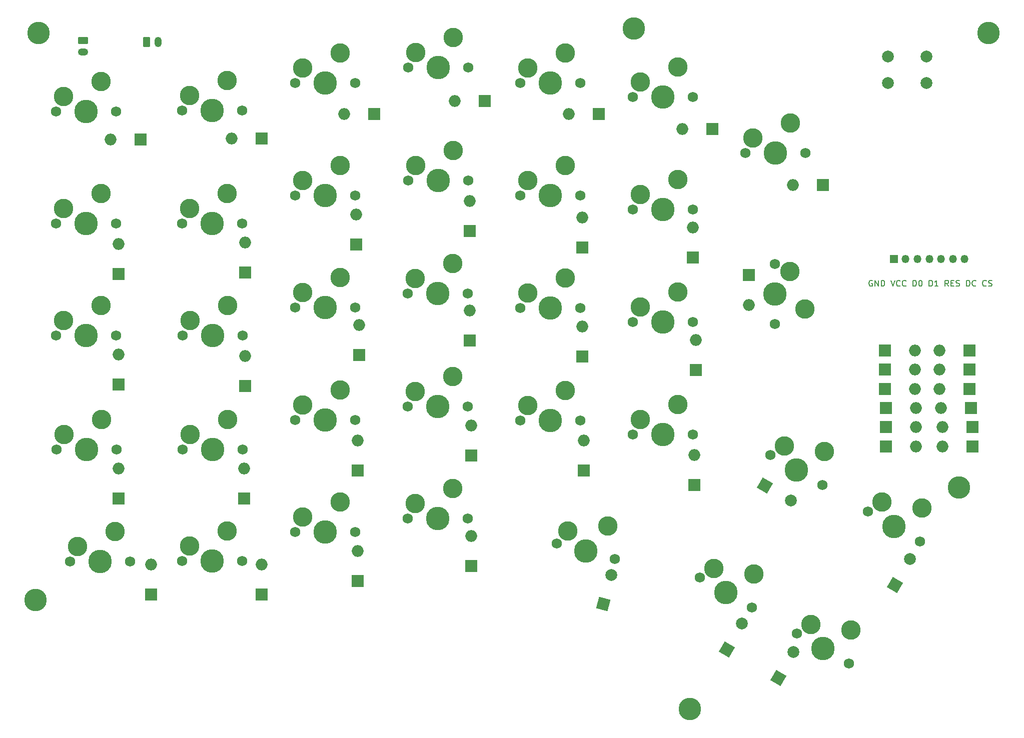
<source format=gts>
%TF.GenerationSoftware,KiCad,Pcbnew,8.0.2-1*%
%TF.CreationDate,2024-06-04T11:33:54+02:00*%
%TF.ProjectId,keyboard,6b657962-6f61-4726-942e-6b696361645f,rev?*%
%TF.SameCoordinates,Original*%
%TF.FileFunction,Soldermask,Top*%
%TF.FilePolarity,Negative*%
%FSLAX46Y46*%
G04 Gerber Fmt 4.6, Leading zero omitted, Abs format (unit mm)*
G04 Created by KiCad (PCBNEW 8.0.2-1) date 2024-06-04 11:33:54*
%MOMM*%
%LPD*%
G01*
G04 APERTURE LIST*
G04 Aperture macros list*
%AMRoundRect*
0 Rectangle with rounded corners*
0 $1 Rounding radius*
0 $2 $3 $4 $5 $6 $7 $8 $9 X,Y pos of 4 corners*
0 Add a 4 corners polygon primitive as box body*
4,1,4,$2,$3,$4,$5,$6,$7,$8,$9,$2,$3,0*
0 Add four circle primitives for the rounded corners*
1,1,$1+$1,$2,$3*
1,1,$1+$1,$4,$5*
1,1,$1+$1,$6,$7*
1,1,$1+$1,$8,$9*
0 Add four rect primitives between the rounded corners*
20,1,$1+$1,$2,$3,$4,$5,0*
20,1,$1+$1,$4,$5,$6,$7,0*
20,1,$1+$1,$6,$7,$8,$9,0*
20,1,$1+$1,$8,$9,$2,$3,0*%
%AMHorizOval*
0 Thick line with rounded ends*
0 $1 width*
0 $2 $3 position (X,Y) of the first rounded end (center of the circle)*
0 $4 $5 position (X,Y) of the second rounded end (center of the circle)*
0 Add line between two ends*
20,1,$1,$2,$3,$4,$5,0*
0 Add two circle primitives to create the rounded ends*
1,1,$1,$2,$3*
1,1,$1,$4,$5*%
%AMRotRect*
0 Rectangle, with rotation*
0 The origin of the aperture is its center*
0 $1 length*
0 $2 width*
0 $3 Rotation angle, in degrees counterclockwise*
0 Add horizontal line*
21,1,$1,$2,0,0,$3*%
G04 Aperture macros list end*
%ADD10C,0.150000*%
%ADD11C,3.800000*%
%ADD12O,2.000000X2.000000*%
%ADD13R,2.000000X2.000000*%
%ADD14R,1.350000X1.350000*%
%ADD15O,1.350000X1.350000*%
%ADD16C,1.750000*%
%ADD17C,3.987800*%
%ADD18C,3.300000*%
%ADD19RotRect,2.000000X2.000000X330.000000*%
%ADD20HorizOval,2.000000X0.000000X0.000000X0.000000X0.000000X0*%
%ADD21RoundRect,0.250000X-0.625000X0.350000X-0.625000X-0.350000X0.625000X-0.350000X0.625000X0.350000X0*%
%ADD22O,1.750000X1.200000*%
%ADD23RotRect,2.000000X2.000000X60.000000*%
%ADD24HorizOval,2.000000X0.000000X0.000000X0.000000X0.000000X0*%
%ADD25RotRect,2.000000X2.000000X75.000000*%
%ADD26HorizOval,2.000000X0.000000X0.000000X0.000000X0.000000X0*%
%ADD27RoundRect,0.250000X-0.350000X-0.625000X0.350000X-0.625000X0.350000X0.625000X-0.350000X0.625000X0*%
%ADD28O,1.200000X1.750000*%
%ADD29C,2.000000*%
G04 APERTURE END LIST*
D10*
X183610588Y-72417438D02*
X183515350Y-72369819D01*
X183515350Y-72369819D02*
X183372493Y-72369819D01*
X183372493Y-72369819D02*
X183229636Y-72417438D01*
X183229636Y-72417438D02*
X183134398Y-72512676D01*
X183134398Y-72512676D02*
X183086779Y-72607914D01*
X183086779Y-72607914D02*
X183039160Y-72798390D01*
X183039160Y-72798390D02*
X183039160Y-72941247D01*
X183039160Y-72941247D02*
X183086779Y-73131723D01*
X183086779Y-73131723D02*
X183134398Y-73226961D01*
X183134398Y-73226961D02*
X183229636Y-73322200D01*
X183229636Y-73322200D02*
X183372493Y-73369819D01*
X183372493Y-73369819D02*
X183467731Y-73369819D01*
X183467731Y-73369819D02*
X183610588Y-73322200D01*
X183610588Y-73322200D02*
X183658207Y-73274580D01*
X183658207Y-73274580D02*
X183658207Y-72941247D01*
X183658207Y-72941247D02*
X183467731Y-72941247D01*
X184086779Y-73369819D02*
X184086779Y-72369819D01*
X184086779Y-72369819D02*
X184658207Y-73369819D01*
X184658207Y-73369819D02*
X184658207Y-72369819D01*
X185134398Y-73369819D02*
X185134398Y-72369819D01*
X185134398Y-72369819D02*
X185372493Y-72369819D01*
X185372493Y-72369819D02*
X185515350Y-72417438D01*
X185515350Y-72417438D02*
X185610588Y-72512676D01*
X185610588Y-72512676D02*
X185658207Y-72607914D01*
X185658207Y-72607914D02*
X185705826Y-72798390D01*
X185705826Y-72798390D02*
X185705826Y-72941247D01*
X185705826Y-72941247D02*
X185658207Y-73131723D01*
X185658207Y-73131723D02*
X185610588Y-73226961D01*
X185610588Y-73226961D02*
X185515350Y-73322200D01*
X185515350Y-73322200D02*
X185372493Y-73369819D01*
X185372493Y-73369819D02*
X185134398Y-73369819D01*
X186753446Y-72369819D02*
X187086779Y-73369819D01*
X187086779Y-73369819D02*
X187420112Y-72369819D01*
X188324874Y-73274580D02*
X188277255Y-73322200D01*
X188277255Y-73322200D02*
X188134398Y-73369819D01*
X188134398Y-73369819D02*
X188039160Y-73369819D01*
X188039160Y-73369819D02*
X187896303Y-73322200D01*
X187896303Y-73322200D02*
X187801065Y-73226961D01*
X187801065Y-73226961D02*
X187753446Y-73131723D01*
X187753446Y-73131723D02*
X187705827Y-72941247D01*
X187705827Y-72941247D02*
X187705827Y-72798390D01*
X187705827Y-72798390D02*
X187753446Y-72607914D01*
X187753446Y-72607914D02*
X187801065Y-72512676D01*
X187801065Y-72512676D02*
X187896303Y-72417438D01*
X187896303Y-72417438D02*
X188039160Y-72369819D01*
X188039160Y-72369819D02*
X188134398Y-72369819D01*
X188134398Y-72369819D02*
X188277255Y-72417438D01*
X188277255Y-72417438D02*
X188324874Y-72465057D01*
X189324874Y-73274580D02*
X189277255Y-73322200D01*
X189277255Y-73322200D02*
X189134398Y-73369819D01*
X189134398Y-73369819D02*
X189039160Y-73369819D01*
X189039160Y-73369819D02*
X188896303Y-73322200D01*
X188896303Y-73322200D02*
X188801065Y-73226961D01*
X188801065Y-73226961D02*
X188753446Y-73131723D01*
X188753446Y-73131723D02*
X188705827Y-72941247D01*
X188705827Y-72941247D02*
X188705827Y-72798390D01*
X188705827Y-72798390D02*
X188753446Y-72607914D01*
X188753446Y-72607914D02*
X188801065Y-72512676D01*
X188801065Y-72512676D02*
X188896303Y-72417438D01*
X188896303Y-72417438D02*
X189039160Y-72369819D01*
X189039160Y-72369819D02*
X189134398Y-72369819D01*
X189134398Y-72369819D02*
X189277255Y-72417438D01*
X189277255Y-72417438D02*
X189324874Y-72465057D01*
X190515351Y-73369819D02*
X190515351Y-72369819D01*
X190515351Y-72369819D02*
X190753446Y-72369819D01*
X190753446Y-72369819D02*
X190896303Y-72417438D01*
X190896303Y-72417438D02*
X190991541Y-72512676D01*
X190991541Y-72512676D02*
X191039160Y-72607914D01*
X191039160Y-72607914D02*
X191086779Y-72798390D01*
X191086779Y-72798390D02*
X191086779Y-72941247D01*
X191086779Y-72941247D02*
X191039160Y-73131723D01*
X191039160Y-73131723D02*
X190991541Y-73226961D01*
X190991541Y-73226961D02*
X190896303Y-73322200D01*
X190896303Y-73322200D02*
X190753446Y-73369819D01*
X190753446Y-73369819D02*
X190515351Y-73369819D01*
X191705827Y-72369819D02*
X191801065Y-72369819D01*
X191801065Y-72369819D02*
X191896303Y-72417438D01*
X191896303Y-72417438D02*
X191943922Y-72465057D01*
X191943922Y-72465057D02*
X191991541Y-72560295D01*
X191991541Y-72560295D02*
X192039160Y-72750771D01*
X192039160Y-72750771D02*
X192039160Y-72988866D01*
X192039160Y-72988866D02*
X191991541Y-73179342D01*
X191991541Y-73179342D02*
X191943922Y-73274580D01*
X191943922Y-73274580D02*
X191896303Y-73322200D01*
X191896303Y-73322200D02*
X191801065Y-73369819D01*
X191801065Y-73369819D02*
X191705827Y-73369819D01*
X191705827Y-73369819D02*
X191610589Y-73322200D01*
X191610589Y-73322200D02*
X191562970Y-73274580D01*
X191562970Y-73274580D02*
X191515351Y-73179342D01*
X191515351Y-73179342D02*
X191467732Y-72988866D01*
X191467732Y-72988866D02*
X191467732Y-72750771D01*
X191467732Y-72750771D02*
X191515351Y-72560295D01*
X191515351Y-72560295D02*
X191562970Y-72465057D01*
X191562970Y-72465057D02*
X191610589Y-72417438D01*
X191610589Y-72417438D02*
X191705827Y-72369819D01*
X193229637Y-73369819D02*
X193229637Y-72369819D01*
X193229637Y-72369819D02*
X193467732Y-72369819D01*
X193467732Y-72369819D02*
X193610589Y-72417438D01*
X193610589Y-72417438D02*
X193705827Y-72512676D01*
X193705827Y-72512676D02*
X193753446Y-72607914D01*
X193753446Y-72607914D02*
X193801065Y-72798390D01*
X193801065Y-72798390D02*
X193801065Y-72941247D01*
X193801065Y-72941247D02*
X193753446Y-73131723D01*
X193753446Y-73131723D02*
X193705827Y-73226961D01*
X193705827Y-73226961D02*
X193610589Y-73322200D01*
X193610589Y-73322200D02*
X193467732Y-73369819D01*
X193467732Y-73369819D02*
X193229637Y-73369819D01*
X194753446Y-73369819D02*
X194182018Y-73369819D01*
X194467732Y-73369819D02*
X194467732Y-72369819D01*
X194467732Y-72369819D02*
X194372494Y-72512676D01*
X194372494Y-72512676D02*
X194277256Y-72607914D01*
X194277256Y-72607914D02*
X194182018Y-72655533D01*
X196515351Y-73369819D02*
X196182018Y-72893628D01*
X195943923Y-73369819D02*
X195943923Y-72369819D01*
X195943923Y-72369819D02*
X196324875Y-72369819D01*
X196324875Y-72369819D02*
X196420113Y-72417438D01*
X196420113Y-72417438D02*
X196467732Y-72465057D01*
X196467732Y-72465057D02*
X196515351Y-72560295D01*
X196515351Y-72560295D02*
X196515351Y-72703152D01*
X196515351Y-72703152D02*
X196467732Y-72798390D01*
X196467732Y-72798390D02*
X196420113Y-72846009D01*
X196420113Y-72846009D02*
X196324875Y-72893628D01*
X196324875Y-72893628D02*
X195943923Y-72893628D01*
X196943923Y-72846009D02*
X197277256Y-72846009D01*
X197420113Y-73369819D02*
X196943923Y-73369819D01*
X196943923Y-73369819D02*
X196943923Y-72369819D01*
X196943923Y-72369819D02*
X197420113Y-72369819D01*
X197801066Y-73322200D02*
X197943923Y-73369819D01*
X197943923Y-73369819D02*
X198182018Y-73369819D01*
X198182018Y-73369819D02*
X198277256Y-73322200D01*
X198277256Y-73322200D02*
X198324875Y-73274580D01*
X198324875Y-73274580D02*
X198372494Y-73179342D01*
X198372494Y-73179342D02*
X198372494Y-73084104D01*
X198372494Y-73084104D02*
X198324875Y-72988866D01*
X198324875Y-72988866D02*
X198277256Y-72941247D01*
X198277256Y-72941247D02*
X198182018Y-72893628D01*
X198182018Y-72893628D02*
X197991542Y-72846009D01*
X197991542Y-72846009D02*
X197896304Y-72798390D01*
X197896304Y-72798390D02*
X197848685Y-72750771D01*
X197848685Y-72750771D02*
X197801066Y-72655533D01*
X197801066Y-72655533D02*
X197801066Y-72560295D01*
X197801066Y-72560295D02*
X197848685Y-72465057D01*
X197848685Y-72465057D02*
X197896304Y-72417438D01*
X197896304Y-72417438D02*
X197991542Y-72369819D01*
X197991542Y-72369819D02*
X198229637Y-72369819D01*
X198229637Y-72369819D02*
X198372494Y-72417438D01*
X199562971Y-73369819D02*
X199562971Y-72369819D01*
X199562971Y-72369819D02*
X199801066Y-72369819D01*
X199801066Y-72369819D02*
X199943923Y-72417438D01*
X199943923Y-72417438D02*
X200039161Y-72512676D01*
X200039161Y-72512676D02*
X200086780Y-72607914D01*
X200086780Y-72607914D02*
X200134399Y-72798390D01*
X200134399Y-72798390D02*
X200134399Y-72941247D01*
X200134399Y-72941247D02*
X200086780Y-73131723D01*
X200086780Y-73131723D02*
X200039161Y-73226961D01*
X200039161Y-73226961D02*
X199943923Y-73322200D01*
X199943923Y-73322200D02*
X199801066Y-73369819D01*
X199801066Y-73369819D02*
X199562971Y-73369819D01*
X201134399Y-73274580D02*
X201086780Y-73322200D01*
X201086780Y-73322200D02*
X200943923Y-73369819D01*
X200943923Y-73369819D02*
X200848685Y-73369819D01*
X200848685Y-73369819D02*
X200705828Y-73322200D01*
X200705828Y-73322200D02*
X200610590Y-73226961D01*
X200610590Y-73226961D02*
X200562971Y-73131723D01*
X200562971Y-73131723D02*
X200515352Y-72941247D01*
X200515352Y-72941247D02*
X200515352Y-72798390D01*
X200515352Y-72798390D02*
X200562971Y-72607914D01*
X200562971Y-72607914D02*
X200610590Y-72512676D01*
X200610590Y-72512676D02*
X200705828Y-72417438D01*
X200705828Y-72417438D02*
X200848685Y-72369819D01*
X200848685Y-72369819D02*
X200943923Y-72369819D01*
X200943923Y-72369819D02*
X201086780Y-72417438D01*
X201086780Y-72417438D02*
X201134399Y-72465057D01*
X202896304Y-73274580D02*
X202848685Y-73322200D01*
X202848685Y-73322200D02*
X202705828Y-73369819D01*
X202705828Y-73369819D02*
X202610590Y-73369819D01*
X202610590Y-73369819D02*
X202467733Y-73322200D01*
X202467733Y-73322200D02*
X202372495Y-73226961D01*
X202372495Y-73226961D02*
X202324876Y-73131723D01*
X202324876Y-73131723D02*
X202277257Y-72941247D01*
X202277257Y-72941247D02*
X202277257Y-72798390D01*
X202277257Y-72798390D02*
X202324876Y-72607914D01*
X202324876Y-72607914D02*
X202372495Y-72512676D01*
X202372495Y-72512676D02*
X202467733Y-72417438D01*
X202467733Y-72417438D02*
X202610590Y-72369819D01*
X202610590Y-72369819D02*
X202705828Y-72369819D01*
X202705828Y-72369819D02*
X202848685Y-72417438D01*
X202848685Y-72417438D02*
X202896304Y-72465057D01*
X203277257Y-73322200D02*
X203420114Y-73369819D01*
X203420114Y-73369819D02*
X203658209Y-73369819D01*
X203658209Y-73369819D02*
X203753447Y-73322200D01*
X203753447Y-73322200D02*
X203801066Y-73274580D01*
X203801066Y-73274580D02*
X203848685Y-73179342D01*
X203848685Y-73179342D02*
X203848685Y-73084104D01*
X203848685Y-73084104D02*
X203801066Y-72988866D01*
X203801066Y-72988866D02*
X203753447Y-72941247D01*
X203753447Y-72941247D02*
X203658209Y-72893628D01*
X203658209Y-72893628D02*
X203467733Y-72846009D01*
X203467733Y-72846009D02*
X203372495Y-72798390D01*
X203372495Y-72798390D02*
X203324876Y-72750771D01*
X203324876Y-72750771D02*
X203277257Y-72655533D01*
X203277257Y-72655533D02*
X203277257Y-72560295D01*
X203277257Y-72560295D02*
X203324876Y-72465057D01*
X203324876Y-72465057D02*
X203372495Y-72417438D01*
X203372495Y-72417438D02*
X203467733Y-72369819D01*
X203467733Y-72369819D02*
X203705828Y-72369819D01*
X203705828Y-72369819D02*
X203848685Y-72417438D01*
D11*
%TO.C,H1*%
X198250000Y-107500000D03*
%TD*%
D12*
%TO.C,D_I_[6:2]1*%
X194960000Y-84250000D03*
D13*
X200040000Y-84250000D03*
%TD*%
%TO.C,D_I[1:2]1*%
X200540000Y-100500000D03*
D12*
X195460000Y-100500000D03*
%TD*%
D13*
%TO.C,D_I_[2:1]1*%
X185960000Y-97250000D03*
D12*
X191040000Y-97250000D03*
%TD*%
D13*
%TO.C,D_I_[2:2]1*%
X200540000Y-97250000D03*
D12*
X195460000Y-97250000D03*
%TD*%
D11*
%TO.C,H2*%
X42500000Y-30500000D03*
%TD*%
D13*
%TO.C,D_I_[4:1]1*%
X185710000Y-90750000D03*
D12*
X190790000Y-90750000D03*
%TD*%
D13*
%TO.C,D_I_[5:1]1*%
X185710000Y-87500000D03*
D12*
X190790000Y-87500000D03*
%TD*%
D11*
%TO.C,H3*%
X152750000Y-145000000D03*
%TD*%
D13*
%TO.C,D_I_[5:2]1*%
X200040000Y-87500000D03*
D12*
X194960000Y-87500000D03*
%TD*%
D13*
%TO.C,D_I_[3:1]1*%
X185920000Y-94000000D03*
D12*
X191000000Y-94000000D03*
%TD*%
D11*
%TO.C,H6*%
X143250000Y-29750000D03*
%TD*%
%TO.C,H7*%
X203250000Y-30500000D03*
%TD*%
D13*
%TO.C,D_I_[4:2]1*%
X200040000Y-90750000D03*
D12*
X194960000Y-90750000D03*
%TD*%
D13*
%TO.C,D_I_[3:2]1*%
X200290000Y-94000000D03*
D12*
X195210000Y-94000000D03*
%TD*%
D13*
%TO.C,D_I_[6:1]1*%
X185710000Y-84250000D03*
D12*
X190790000Y-84250000D03*
%TD*%
D11*
%TO.C,H5*%
X42000000Y-126500000D03*
%TD*%
D14*
%TO.C,Display_conn1*%
X187250000Y-68750000D03*
D15*
X189250000Y-68750000D03*
X191250000Y-68750000D03*
X193250000Y-68750000D03*
X195250000Y-68750000D03*
X197250000Y-68750000D03*
X199250000Y-68750000D03*
%TD*%
D13*
%TO.C,D[3:2]1*%
X96250000Y-66290000D03*
D12*
X96250000Y-61210000D03*
%TD*%
D16*
%TO.C,SW_[7:2]1*%
X167150000Y-79750000D03*
D17*
X167150000Y-74670000D03*
D16*
X167150000Y-69590000D03*
D18*
X169690000Y-70860000D03*
X172230000Y-77210000D03*
%TD*%
D16*
%TO.C,SW_[1:4]1*%
X55660000Y-101000000D03*
D17*
X50580000Y-101000000D03*
D16*
X45500000Y-101000000D03*
D18*
X46770000Y-98460000D03*
X53120000Y-95920000D03*
%TD*%
D13*
%TO.C,D[4:2]1*%
X115500000Y-64040000D03*
D12*
X115500000Y-58960000D03*
%TD*%
D13*
%TO.C,D[5:1]1*%
X137290000Y-44250000D03*
D12*
X132210000Y-44250000D03*
%TD*%
D13*
%TO.C,D[1:5]1*%
X61540000Y-125540000D03*
D12*
X61540000Y-120460000D03*
%TD*%
D13*
%TO.C,D[6:2]1*%
X153250000Y-68540000D03*
D12*
X153250000Y-63460000D03*
%TD*%
D16*
%TO.C,SW_[6:1]1*%
X153230000Y-41300000D03*
D17*
X148150000Y-41300000D03*
D16*
X143070000Y-41300000D03*
D18*
X144340000Y-38760000D03*
X150690000Y-36220000D03*
%TD*%
D13*
%TO.C,D[5:2]1*%
X134500000Y-66790000D03*
D12*
X134500000Y-61710000D03*
%TD*%
D16*
%TO.C,SW_[2:4]1*%
X77000000Y-101000000D03*
D17*
X71920000Y-101000000D03*
D16*
X66840000Y-101000000D03*
D18*
X68110000Y-98460000D03*
X74460000Y-95920000D03*
%TD*%
D16*
%TO.C,SW_[2:5]1*%
X76944800Y-119930500D03*
D17*
X71864800Y-119930500D03*
D16*
X66784800Y-119930500D03*
D18*
X68054800Y-117390500D03*
X74404800Y-114850500D03*
%TD*%
D16*
%TO.C,SW_[1:3]1*%
X55580000Y-81750000D03*
D17*
X50500000Y-81750000D03*
D16*
X45420000Y-81750000D03*
D18*
X46690000Y-79210000D03*
X53040000Y-76670000D03*
%TD*%
D13*
%TO.C,D[6:1]1*%
X156540000Y-46750000D03*
D12*
X151460000Y-46750000D03*
%TD*%
D13*
%TO.C,D[4:5]1*%
X115750000Y-120790000D03*
D12*
X115750000Y-115710000D03*
%TD*%
D19*
%TO.C,D[7:3]1*%
X165446100Y-107092500D03*
D20*
X169845509Y-109632500D03*
%TD*%
D16*
%TO.C,SW_[6:3]1*%
X153230000Y-79430500D03*
D17*
X148150000Y-79430500D03*
D16*
X143070000Y-79430500D03*
D18*
X144340000Y-76890500D03*
X150690000Y-74350500D03*
%TD*%
D16*
%TO.C,SW_[6:5]1*%
X163199409Y-127790001D03*
D17*
X158800000Y-125250000D03*
D16*
X154400591Y-122709999D03*
D18*
X156770444Y-121145295D03*
X163539705Y-122120591D03*
%TD*%
D16*
%TO.C,SW_[2:2]1*%
X76944800Y-62750000D03*
D17*
X71864800Y-62750000D03*
D16*
X66784800Y-62750000D03*
D18*
X68054800Y-60210000D03*
X74404800Y-57670000D03*
%TD*%
D21*
%TO.C,Battery1*%
X50000000Y-31750000D03*
D22*
X50000000Y-33750000D03*
%TD*%
D16*
%TO.C,SW_[4:3]1*%
X115144800Y-74630500D03*
D17*
X110064800Y-74630500D03*
D16*
X104984800Y-74630500D03*
D18*
X106254800Y-72090500D03*
X112604800Y-69550500D03*
%TD*%
D13*
%TO.C,D[1:1]1*%
X59740000Y-48500000D03*
D12*
X54660000Y-48500000D03*
%TD*%
D13*
%TO.C,D[4:1]1*%
X118040000Y-42000000D03*
D12*
X112960000Y-42000000D03*
%TD*%
D13*
%TO.C,D[2:4]1*%
X77250000Y-109290000D03*
D12*
X77250000Y-104210000D03*
%TD*%
D13*
%TO.C,D[1:4]1*%
X56000000Y-109290000D03*
D12*
X56000000Y-104210000D03*
%TD*%
D23*
%TO.C,D[6:5]1*%
X158960000Y-134899400D03*
D24*
X161500000Y-130499991D03*
%TD*%
D16*
%TO.C,SW_[6:4]1*%
X153230000Y-98450000D03*
D17*
X148150000Y-98450000D03*
D16*
X143070000Y-98450000D03*
D18*
X144340000Y-95910000D03*
X150690000Y-93370000D03*
%TD*%
D16*
%TO.C,SW_[5:5]1*%
X140000004Y-119550001D03*
D17*
X135093100Y-118235200D03*
D16*
X130186196Y-116920399D03*
D18*
X132070323Y-114795649D03*
X138861354Y-113985696D03*
%TD*%
D13*
%TO.C,D[6:4]1*%
X153500000Y-107040000D03*
D12*
X153500000Y-101960000D03*
%TD*%
D16*
%TO.C,SW_[7:3]1*%
X175150009Y-107050000D03*
D17*
X170750600Y-104510000D03*
D16*
X166351191Y-101970000D03*
D18*
X168721044Y-100405295D03*
X175490305Y-101380591D03*
%TD*%
D16*
%TO.C,SW_[3:1]1*%
X96080000Y-38950600D03*
D17*
X91000000Y-38950600D03*
D16*
X85920000Y-38950600D03*
D18*
X87190000Y-36410600D03*
X93540000Y-33870600D03*
%TD*%
D16*
%TO.C,SW_[6:2]1*%
X153230000Y-60350000D03*
D17*
X148150000Y-60350000D03*
D16*
X143070000Y-60350000D03*
D18*
X144340000Y-57810000D03*
X150690000Y-55270000D03*
%TD*%
D13*
%TO.C,D[5:4]1*%
X134750000Y-104540000D03*
D12*
X134750000Y-99460000D03*
%TD*%
D25*
%TO.C,D[5:5]1*%
X138092600Y-127203500D03*
D26*
X139407401Y-122296597D03*
%TD*%
D13*
%TO.C,D[1:2]1*%
X56000000Y-71290000D03*
D12*
X56000000Y-66210000D03*
%TD*%
D13*
%TO.C,D[2:3]1*%
X77500000Y-90290000D03*
D12*
X77500000Y-85210000D03*
%TD*%
D16*
%TO.C,SW_[5:3]1*%
X134180000Y-77050000D03*
D17*
X129100000Y-77050000D03*
D16*
X124020000Y-77050000D03*
D18*
X125290000Y-74510000D03*
X131640000Y-71970000D03*
%TD*%
D13*
%TO.C,D[2:2]1*%
X77500000Y-71040000D03*
D12*
X77500000Y-65960000D03*
%TD*%
D16*
%TO.C,SW_[7:5]1*%
X179649409Y-137290000D03*
D17*
X175250000Y-134750000D03*
D16*
X170850591Y-132210000D03*
D18*
X173220444Y-130645295D03*
X179989705Y-131620591D03*
%TD*%
D16*
%TO.C,SW_[3:4]1*%
X96080000Y-96000000D03*
D17*
X91000000Y-96000000D03*
D16*
X85920000Y-96000000D03*
D18*
X87190000Y-93460000D03*
X93540000Y-90920000D03*
%TD*%
D13*
%TO.C,D[3:5]1*%
X96500000Y-123290000D03*
D12*
X96500000Y-118210000D03*
%TD*%
D13*
%TO.C,D[1:3]1*%
X56000000Y-90040000D03*
D12*
X56000000Y-84960000D03*
%TD*%
D13*
%TO.C,D[4:4]1*%
X115750000Y-102040000D03*
D12*
X115750000Y-96960000D03*
%TD*%
D16*
%TO.C,SW_[5:1]1*%
X134180000Y-38950000D03*
D17*
X129100000Y-38950000D03*
D16*
X124020000Y-38950000D03*
D18*
X125290000Y-36410000D03*
X131640000Y-33870000D03*
%TD*%
D13*
%TO.C,D[7:1]1*%
X175290000Y-56250000D03*
D12*
X170210000Y-56250000D03*
%TD*%
D13*
%TO.C,DI_[1:1]1*%
X185960000Y-100500000D03*
D12*
X191040000Y-100500000D03*
%TD*%
D16*
%TO.C,SW_[4:5]1*%
X115160000Y-112750000D03*
D17*
X110080000Y-112750000D03*
D16*
X105000000Y-112750000D03*
D18*
X106270000Y-110210000D03*
X112620000Y-107670000D03*
%TD*%
D16*
%TO.C,SW_[1:5]1*%
X58000000Y-120000000D03*
D17*
X52920000Y-120000000D03*
D16*
X47840000Y-120000000D03*
D18*
X49110000Y-117460000D03*
X55460000Y-114920000D03*
%TD*%
D16*
%TO.C,SW_[4:4]1*%
X115160000Y-93750000D03*
D17*
X110080000Y-93750000D03*
D16*
X105000000Y-93750000D03*
D18*
X106270000Y-91210000D03*
X112620000Y-88670000D03*
%TD*%
D16*
%TO.C,SW_[2:1]1*%
X76960000Y-43600000D03*
D17*
X71880000Y-43600000D03*
D16*
X66800000Y-43600000D03*
D18*
X68070000Y-41060000D03*
X74420000Y-38520000D03*
%TD*%
D13*
%TO.C,D[7:2]1*%
X162750000Y-71435000D03*
D12*
X162750000Y-76515000D03*
%TD*%
D16*
%TO.C,SW_[5:4]1*%
X134180000Y-96100000D03*
D17*
X129100000Y-96100000D03*
D16*
X124020000Y-96100000D03*
D18*
X125290000Y-93560000D03*
X131640000Y-91020000D03*
%TD*%
D13*
%TO.C,D[2:5]1*%
X80250000Y-125540000D03*
D12*
X80250000Y-120460000D03*
%TD*%
D23*
%TO.C,D[7:5]1*%
X167730000Y-139699700D03*
D24*
X170270000Y-135300291D03*
%TD*%
D16*
%TO.C,SW_[2:3]1*%
X77000000Y-81750000D03*
D17*
X71920000Y-81750000D03*
D16*
X66840000Y-81750000D03*
D18*
X68110000Y-79210000D03*
X74460000Y-76670000D03*
%TD*%
D27*
%TO.C,ON/OFF1*%
X60750000Y-32000000D03*
D28*
X62750000Y-32000000D03*
%TD*%
D16*
%TO.C,SW_[4:2]1*%
X115180000Y-55500000D03*
D17*
X110100000Y-55500000D03*
D16*
X105020000Y-55500000D03*
D18*
X106290000Y-52960000D03*
X112640000Y-50420000D03*
%TD*%
D29*
%TO.C,SW1*%
X192750000Y-34500000D03*
X186250000Y-34500000D03*
X192750000Y-39000000D03*
X186250000Y-39000000D03*
%TD*%
D16*
%TO.C,SW_[4:1]1*%
X115180000Y-36350000D03*
D17*
X110100000Y-36350000D03*
D16*
X105020000Y-36350000D03*
D18*
X106290000Y-33810000D03*
X112640000Y-31270000D03*
%TD*%
D23*
%TO.C,D[7:4]1*%
X187480000Y-123949700D03*
D24*
X190020000Y-119550291D03*
%TD*%
D16*
%TO.C,SW_[3:5]1*%
X96080000Y-115000000D03*
D17*
X91000000Y-115000000D03*
D16*
X85920000Y-115000000D03*
D18*
X87190000Y-112460000D03*
X93540000Y-109920000D03*
%TD*%
D13*
%TO.C,D[3:3]1*%
X96750000Y-85040000D03*
D12*
X96750000Y-79960000D03*
%TD*%
D13*
%TO.C,D[3:4]1*%
X96500000Y-104540000D03*
D12*
X96500000Y-99460000D03*
%TD*%
D16*
%TO.C,SW_[7:4]1*%
X191699409Y-116590000D03*
D17*
X187300000Y-114050000D03*
D16*
X182900591Y-111510000D03*
D18*
X185270444Y-109945295D03*
X192039705Y-110920591D03*
%TD*%
D16*
%TO.C,SW_[1:1]1*%
X55580000Y-43750000D03*
D17*
X50500000Y-43750000D03*
D16*
X45420000Y-43750000D03*
D18*
X46690000Y-41210000D03*
X53040000Y-38670000D03*
%TD*%
D16*
%TO.C,SW_[5:2]1*%
X134180000Y-58000000D03*
D17*
X129100000Y-58000000D03*
D16*
X124020000Y-58000000D03*
D18*
X125290000Y-55460000D03*
X131640000Y-52920000D03*
%TD*%
D13*
%TO.C,D[6:3]1*%
X153750000Y-87540000D03*
D12*
X153750000Y-82460000D03*
%TD*%
D16*
%TO.C,SW_[3:2]1*%
X96080000Y-58000100D03*
D17*
X91000000Y-58000100D03*
D16*
X85920000Y-58000100D03*
D18*
X87190000Y-55460100D03*
X93540000Y-52920100D03*
%TD*%
D13*
%TO.C,D[5:3]1*%
X134500000Y-85290000D03*
D12*
X134500000Y-80210000D03*
%TD*%
D13*
%TO.C,D[4:3]1*%
X115500000Y-82540000D03*
D12*
X115500000Y-77460000D03*
%TD*%
D16*
%TO.C,SW_[1:2]1*%
X55580000Y-62750000D03*
D17*
X50500000Y-62750000D03*
D16*
X45420000Y-62750000D03*
D18*
X46690000Y-60210000D03*
X53040000Y-57670000D03*
%TD*%
D13*
%TO.C,D[2:1]1*%
X80240000Y-48400000D03*
D12*
X75160000Y-48400000D03*
%TD*%
D16*
%TO.C,SW_[3:3]1*%
X96080000Y-77000000D03*
D17*
X91000000Y-77000000D03*
D16*
X85920000Y-77000000D03*
D18*
X87190000Y-74460000D03*
X93540000Y-71920000D03*
%TD*%
D16*
%TO.C,SW_[7:1]1*%
X172280000Y-50850000D03*
D17*
X167200000Y-50850000D03*
D16*
X162120000Y-50850000D03*
D18*
X163390000Y-48310000D03*
X169740000Y-45770000D03*
%TD*%
D13*
%TO.C,D[3:1]1*%
X99340000Y-44200000D03*
D12*
X94260000Y-44200000D03*
%TD*%
M02*

</source>
